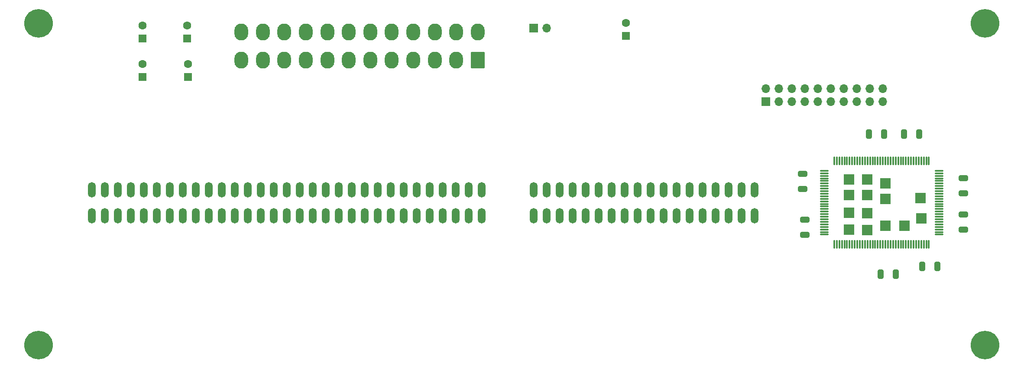
<source format=gbr>
%TF.GenerationSoftware,KiCad,Pcbnew,(7.0.0)*%
%TF.CreationDate,2023-02-18T13:29:25+00:00*%
%TF.ProjectId,testing,74657374-696e-4672-9e6b-696361645f70,rev?*%
%TF.SameCoordinates,Original*%
%TF.FileFunction,Soldermask,Bot*%
%TF.FilePolarity,Negative*%
%FSLAX46Y46*%
G04 Gerber Fmt 4.6, Leading zero omitted, Abs format (unit mm)*
G04 Created by KiCad (PCBNEW (7.0.0)) date 2023-02-18 13:29:25*
%MOMM*%
%LPD*%
G01*
G04 APERTURE LIST*
G04 Aperture macros list*
%AMRoundRect*
0 Rectangle with rounded corners*
0 $1 Rounding radius*
0 $2 $3 $4 $5 $6 $7 $8 $9 X,Y pos of 4 corners*
0 Add a 4 corners polygon primitive as box body*
4,1,4,$2,$3,$4,$5,$6,$7,$8,$9,$2,$3,0*
0 Add four circle primitives for the rounded corners*
1,1,$1+$1,$2,$3*
1,1,$1+$1,$4,$5*
1,1,$1+$1,$6,$7*
1,1,$1+$1,$8,$9*
0 Add four rect primitives between the rounded corners*
20,1,$1+$1,$2,$3,$4,$5,0*
20,1,$1+$1,$4,$5,$6,$7,0*
20,1,$1+$1,$6,$7,$8,$9,0*
20,1,$1+$1,$8,$9,$2,$3,0*%
G04 Aperture macros list end*
%ADD10R,1.600000X1.600000*%
%ADD11C,1.600000*%
%ADD12R,2.000000X2.000000*%
%ADD13C,5.600000*%
%ADD14R,1.700000X1.700000*%
%ADD15O,1.700000X1.700000*%
%ADD16O,1.500000X3.000000*%
%ADD17RoundRect,0.250001X1.099999X1.399999X-1.099999X1.399999X-1.099999X-1.399999X1.099999X-1.399999X0*%
%ADD18O,2.700000X3.300000*%
%ADD19RoundRect,0.250000X0.650000X-0.325000X0.650000X0.325000X-0.650000X0.325000X-0.650000X-0.325000X0*%
%ADD20RoundRect,0.250000X0.325000X0.650000X-0.325000X0.650000X-0.325000X-0.650000X0.325000X-0.650000X0*%
%ADD21O,0.300000X1.800000*%
%ADD22O,1.800000X0.300000*%
%ADD23RoundRect,0.250000X-0.325000X-0.650000X0.325000X-0.650000X0.325000X0.650000X-0.325000X0.650000X0*%
G04 APERTURE END LIST*
D10*
%TO.C,C15*%
X85295999Y-79499999D03*
D11*
X85296000Y-77000000D03*
%TD*%
D12*
%TO.C,TP2*%
X223399999Y-102615999D03*
%TD*%
%TO.C,TP11*%
X237496999Y-107187999D03*
%TD*%
%TO.C,TP3*%
X226955999Y-99567999D03*
%TD*%
D10*
%TO.C,C16*%
X179775999Y-71475112D03*
D11*
X179776000Y-68975113D03*
%TD*%
D12*
%TO.C,TP9*%
X223399999Y-106147999D03*
%TD*%
D13*
%TO.C,REF\u002A\u002A*%
X65000000Y-69000000D03*
%TD*%
D12*
%TO.C,TP6*%
X226955999Y-109473999D03*
%TD*%
D10*
%TO.C,C19*%
X94185999Y-79499999D03*
D11*
X94186000Y-77000000D03*
%TD*%
D13*
%TO.C,*%
X250000000Y-132000000D03*
%TD*%
%TO.C,*%
X250000000Y-69000000D03*
%TD*%
D14*
%TO.C,J3*%
X207148999Y-84332999D03*
D15*
X207148999Y-81792999D03*
X209688999Y-84332999D03*
X209688999Y-81792999D03*
X212228999Y-84332999D03*
X212228999Y-81792999D03*
X214768999Y-84332999D03*
X214768999Y-81792999D03*
X217308999Y-84332999D03*
X217308999Y-81792999D03*
X219848999Y-84332999D03*
X219848999Y-81792999D03*
X222388999Y-84332999D03*
X222388999Y-81792999D03*
X224928999Y-84332999D03*
X224928999Y-81792999D03*
X227468999Y-84332999D03*
X227468999Y-81792999D03*
X230008999Y-84332999D03*
X230008999Y-81792999D03*
%TD*%
D12*
%TO.C,TP4*%
X226955999Y-102615999D03*
%TD*%
%TO.C,TP5*%
X230511999Y-100329999D03*
%TD*%
%TO.C,TP7*%
X230511999Y-103377999D03*
%TD*%
%TO.C,TP14*%
X226955999Y-106171999D03*
%TD*%
%TO.C,TP8*%
X230511999Y-108687999D03*
%TD*%
D13*
%TO.C,*%
X65000000Y-132000000D03*
%TD*%
D12*
%TO.C,TP13*%
X223399999Y-109449999D03*
%TD*%
D16*
%TO.C,J1*%
X75389999Y-106679999D03*
X77929999Y-106679999D03*
X80469999Y-106679999D03*
X83009999Y-106679999D03*
X85549999Y-106679999D03*
X88089999Y-106679999D03*
X90629999Y-106679999D03*
X93169999Y-106679999D03*
X95709999Y-106679999D03*
X98249999Y-106679999D03*
X100789999Y-106679999D03*
X103329999Y-106679999D03*
X105869999Y-106679999D03*
X108409999Y-106679999D03*
X110949999Y-106679999D03*
X113489999Y-106679999D03*
X116029999Y-106679999D03*
X118569999Y-106679999D03*
X121109999Y-106679999D03*
X123649999Y-106679999D03*
X126189999Y-106679999D03*
X128729999Y-106679999D03*
X131269999Y-106679999D03*
X133809999Y-106679999D03*
X136349999Y-106679999D03*
X138889999Y-106679999D03*
X141429999Y-106679999D03*
X143969999Y-106679999D03*
X146509999Y-106679999D03*
X149049999Y-106679999D03*
X151589999Y-106679999D03*
X75389999Y-101599999D03*
X77929999Y-101599999D03*
X80469999Y-101599999D03*
X83009999Y-101599999D03*
X85549999Y-101599999D03*
X88089999Y-101599999D03*
X90629999Y-101599999D03*
X93169999Y-101599999D03*
X95709999Y-101599999D03*
X98249999Y-101599999D03*
X100789999Y-101599999D03*
X103329999Y-101599999D03*
X105869999Y-101599999D03*
X108409999Y-101599999D03*
X110949999Y-101599999D03*
X113489999Y-101599999D03*
X116029999Y-101599999D03*
X118569999Y-101599999D03*
X121109999Y-101599999D03*
X123649999Y-101599999D03*
X126189999Y-101599999D03*
X128729999Y-101599999D03*
X131269999Y-101599999D03*
X133809999Y-101599999D03*
X136349999Y-101599999D03*
X138889999Y-101599999D03*
X141429999Y-101599999D03*
X143969999Y-101599999D03*
X146509999Y-101599999D03*
X149049999Y-101599999D03*
X151589999Y-101599999D03*
X161749999Y-106679999D03*
X164289999Y-106679999D03*
X166829999Y-106679999D03*
X169369999Y-106679999D03*
X171909999Y-106679999D03*
X174449999Y-106679999D03*
X176989999Y-106679999D03*
X179529999Y-106679999D03*
X182069999Y-106679999D03*
X184609999Y-106679999D03*
X187149999Y-106679999D03*
X189689999Y-106679999D03*
X192229999Y-106679999D03*
X194769999Y-106679999D03*
X197309999Y-106679999D03*
X199849999Y-106679999D03*
X202389999Y-106679999D03*
X204929999Y-106679999D03*
X161749999Y-101599999D03*
X164289999Y-101599999D03*
X166829999Y-101599999D03*
X169369999Y-101599999D03*
X171909999Y-101599999D03*
X174449999Y-101599999D03*
X176989999Y-101599999D03*
X179529999Y-101599999D03*
X182069999Y-101599999D03*
X184609999Y-101599999D03*
X187149999Y-101599999D03*
X189689999Y-101599999D03*
X192229999Y-101599999D03*
X194769999Y-101599999D03*
X197309999Y-101599999D03*
X199849999Y-101599999D03*
X202389999Y-101599999D03*
X204929999Y-101599999D03*
%TD*%
D10*
%TO.C,C17*%
X85295999Y-71999999D03*
D11*
X85296000Y-69500000D03*
%TD*%
D12*
%TO.C,TP10*%
X234194999Y-108687999D03*
%TD*%
D14*
%TO.C,J4*%
X161724999Y-69999999D03*
D15*
X164264999Y-69999999D03*
%TD*%
D12*
%TO.C,TP1*%
X223399999Y-99567999D03*
%TD*%
D10*
%TO.C,C18*%
X93999999Y-71999999D03*
D11*
X94000000Y-69500000D03*
%TD*%
D12*
%TO.C,TP12*%
X237369999Y-103201999D03*
%TD*%
D17*
%TO.C,J5*%
X150814000Y-76250000D03*
D18*
X146613999Y-76249999D03*
X142413999Y-76249999D03*
X138213999Y-76249999D03*
X134013999Y-76249999D03*
X129813999Y-76249999D03*
X125613999Y-76249999D03*
X121413999Y-76249999D03*
X117213999Y-76249999D03*
X113013999Y-76249999D03*
X108813999Y-76249999D03*
X104613999Y-76249999D03*
X150813999Y-70749999D03*
X146613999Y-70749999D03*
X142413999Y-70749999D03*
X138213999Y-70749999D03*
X134013999Y-70749999D03*
X129813999Y-70749999D03*
X125613999Y-70749999D03*
X121413999Y-70749999D03*
X117213999Y-70749999D03*
X113013999Y-70749999D03*
X108813999Y-70749999D03*
X104613999Y-70749999D03*
%TD*%
D19*
%TO.C,C8*%
X245752000Y-109425000D03*
X245752000Y-106475000D03*
%TD*%
D20*
%TO.C,C4*%
X232495000Y-118110000D03*
X229545000Y-118110000D03*
%TD*%
D19*
%TO.C,C1*%
X214764000Y-110441000D03*
X214764000Y-107491000D03*
%TD*%
D21*
%TO.C,U1*%
X220499999Y-95940000D03*
X220999999Y-95940000D03*
X221499999Y-95940000D03*
X221999999Y-95940000D03*
X222499999Y-95940000D03*
X222999999Y-95940000D03*
X223499999Y-95940000D03*
X223999999Y-95940000D03*
X224499999Y-95940000D03*
X224999999Y-95940000D03*
X225499999Y-95940000D03*
X225999999Y-95940000D03*
X226499999Y-95940000D03*
X226999999Y-95940000D03*
X227499999Y-95940000D03*
X227999999Y-95940000D03*
X228499999Y-95940000D03*
X228999999Y-95940000D03*
X229499999Y-95940000D03*
X229999999Y-95940000D03*
X230499999Y-95940000D03*
X230999999Y-95940000D03*
X231499999Y-95940000D03*
X231999999Y-95940000D03*
X232499999Y-95940000D03*
X232999999Y-95940000D03*
X233499999Y-95940000D03*
X233999999Y-95940000D03*
X234499999Y-95940000D03*
X234999999Y-95940000D03*
X235499999Y-95940000D03*
X235999999Y-95940000D03*
X236499999Y-95940000D03*
X236999999Y-95940000D03*
X237499999Y-95940000D03*
X237999999Y-95940000D03*
X238499999Y-95940000D03*
X238999999Y-95940000D03*
D22*
X240949999Y-97889999D03*
X240949999Y-98389999D03*
X240949999Y-98889999D03*
X240949999Y-99389999D03*
X240949999Y-99889999D03*
X240949999Y-100389999D03*
X240949999Y-100889999D03*
X240949999Y-101389999D03*
X240949999Y-101889999D03*
X240949999Y-102389999D03*
X240949999Y-102889999D03*
X240949999Y-103389999D03*
X240949999Y-103889999D03*
X240949999Y-104389999D03*
X240949999Y-104889999D03*
X240949999Y-105389999D03*
X240949999Y-105889999D03*
X240949999Y-106389999D03*
X240949999Y-106889999D03*
X240949999Y-107389999D03*
X240949999Y-107889999D03*
X240949999Y-108389999D03*
X240949999Y-108889999D03*
X240949999Y-109389999D03*
X240949999Y-109889999D03*
X240949999Y-110389999D03*
D21*
X238999999Y-112339998D03*
X238499999Y-112339998D03*
X237999999Y-112339998D03*
X237499999Y-112339998D03*
X236999999Y-112339998D03*
X236499999Y-112339998D03*
X235999999Y-112339998D03*
X235499999Y-112339998D03*
X234999999Y-112339998D03*
X234499999Y-112339998D03*
X233999999Y-112339998D03*
X233499999Y-112339998D03*
X232999999Y-112339998D03*
X232499999Y-112339998D03*
X231999999Y-112339998D03*
X231499999Y-112339998D03*
X230999999Y-112339998D03*
X230499999Y-112339998D03*
X229999999Y-112339998D03*
X229499999Y-112339998D03*
X228999999Y-112339998D03*
X228499999Y-112339998D03*
X227999999Y-112339998D03*
X227499999Y-112339998D03*
X226999999Y-112339998D03*
X226499999Y-112339998D03*
X225999999Y-112339998D03*
X225499999Y-112339998D03*
X224999999Y-112339998D03*
X224499999Y-112339998D03*
X223999999Y-112339998D03*
X223499999Y-112339998D03*
X222999999Y-112339998D03*
X222499999Y-112339998D03*
X221999999Y-112339998D03*
X221499999Y-112339998D03*
X220999999Y-112339998D03*
X220499999Y-112339998D03*
D22*
X218549999Y-110389999D03*
X218549999Y-109889999D03*
X218549999Y-109389999D03*
X218549999Y-108889999D03*
X218549999Y-108389999D03*
X218549999Y-107889999D03*
X218549999Y-107389999D03*
X218549999Y-106889999D03*
X218549999Y-106389999D03*
X218549999Y-105889999D03*
X218549999Y-105389999D03*
X218549999Y-104889999D03*
X218549999Y-104389999D03*
X218549999Y-103889999D03*
X218549999Y-103389999D03*
X218549999Y-102889999D03*
X218549999Y-102389999D03*
X218549999Y-101889999D03*
X218549999Y-101389999D03*
X218549999Y-100889999D03*
X218549999Y-100389999D03*
X218549999Y-99889999D03*
X218549999Y-99389999D03*
X218549999Y-98889999D03*
X218549999Y-98389999D03*
X218549999Y-97889999D03*
%TD*%
D20*
%TO.C,C6*%
X240623000Y-116586000D03*
X237673000Y-116586000D03*
%TD*%
D19*
%TO.C,C2*%
X214342387Y-101451266D03*
X214342387Y-98501266D03*
%TD*%
%TO.C,C7*%
X245752000Y-102313000D03*
X245752000Y-99363000D03*
%TD*%
D20*
%TO.C,C3*%
X230209000Y-90678000D03*
X227259000Y-90678000D03*
%TD*%
D23*
%TO.C,C5*%
X234117000Y-90678000D03*
X237067000Y-90678000D03*
%TD*%
M02*

</source>
